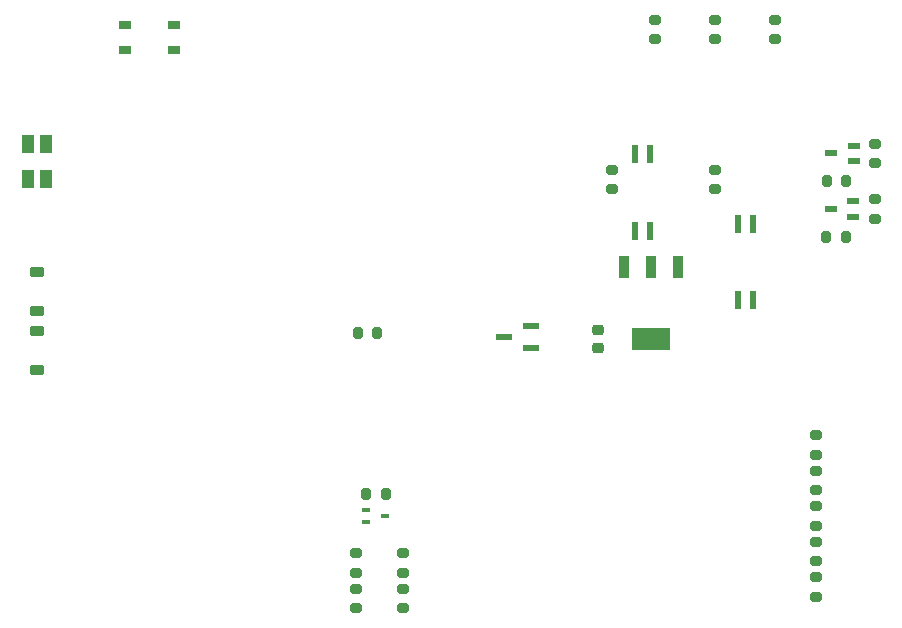
<source format=gbr>
%TF.GenerationSoftware,KiCad,Pcbnew,8.0.4*%
%TF.CreationDate,2024-08-13T21:05:31+09:00*%
%TF.ProjectId,chibarobo_board_2024,63686962-6172-46f6-926f-5f626f617264,rev?*%
%TF.SameCoordinates,Original*%
%TF.FileFunction,Paste,Top*%
%TF.FilePolarity,Positive*%
%FSLAX46Y46*%
G04 Gerber Fmt 4.6, Leading zero omitted, Abs format (unit mm)*
G04 Created by KiCad (PCBNEW 8.0.4) date 2024-08-13 21:05:31*
%MOMM*%
%LPD*%
G01*
G04 APERTURE LIST*
G04 Aperture macros list*
%AMRoundRect*
0 Rectangle with rounded corners*
0 $1 Rounding radius*
0 $2 $3 $4 $5 $6 $7 $8 $9 X,Y pos of 4 corners*
0 Add a 4 corners polygon primitive as box body*
4,1,4,$2,$3,$4,$5,$6,$7,$8,$9,$2,$3,0*
0 Add four circle primitives for the rounded corners*
1,1,$1+$1,$2,$3*
1,1,$1+$1,$4,$5*
1,1,$1+$1,$6,$7*
1,1,$1+$1,$8,$9*
0 Add four rect primitives between the rounded corners*
20,1,$1+$1,$2,$3,$4,$5,0*
20,1,$1+$1,$4,$5,$6,$7,0*
20,1,$1+$1,$6,$7,$8,$9,0*
20,1,$1+$1,$8,$9,$2,$3,0*%
G04 Aperture macros list end*
%ADD10RoundRect,0.225000X0.375000X-0.225000X0.375000X0.225000X-0.375000X0.225000X-0.375000X-0.225000X0*%
%ADD11RoundRect,0.200000X-0.275000X0.200000X-0.275000X-0.200000X0.275000X-0.200000X0.275000X0.200000X0*%
%ADD12RoundRect,0.200000X0.275000X-0.200000X0.275000X0.200000X-0.275000X0.200000X-0.275000X-0.200000X0*%
%ADD13R,1.100000X1.500000*%
%ADD14R,1.000000X0.500000*%
%ADD15RoundRect,0.137500X0.137500X-0.662500X0.137500X0.662500X-0.137500X0.662500X-0.137500X-0.662500X0*%
%ADD16RoundRect,0.137500X-0.137500X0.662500X-0.137500X-0.662500X0.137500X-0.662500X0.137500X0.662500X0*%
%ADD17RoundRect,0.200000X-0.200000X-0.275000X0.200000X-0.275000X0.200000X0.275000X-0.200000X0.275000X0*%
%ADD18R,0.800000X0.400000*%
%ADD19RoundRect,0.225000X-0.250000X0.225000X-0.250000X-0.225000X0.250000X-0.225000X0.250000X0.225000X0*%
%ADD20R,0.950000X1.900000*%
%ADD21R,3.250000X1.900000*%
%ADD22R,1.050000X0.650000*%
%ADD23RoundRect,0.200000X0.200000X0.275000X-0.200000X0.275000X-0.200000X-0.275000X0.200000X-0.275000X0*%
%ADD24R,1.450000X0.600000*%
G04 APERTURE END LIST*
D10*
%TO.C,D3*%
X102000000Y-76650000D03*
X102000000Y-73350000D03*
%TD*%
D11*
%TO.C,R30*%
X168000000Y-90175000D03*
X168000000Y-91825000D03*
%TD*%
%TO.C,R23*%
X159380110Y-64675000D03*
X159380110Y-66325000D03*
%TD*%
%TO.C,R32*%
X168000000Y-93175000D03*
X168000000Y-94825000D03*
%TD*%
D12*
%TO.C,R5*%
X133000000Y-98825000D03*
X133000000Y-97175000D03*
%TD*%
D13*
%TO.C,D2*%
X101250000Y-65500000D03*
X101250000Y-62500000D03*
X102750000Y-62500000D03*
X102750000Y-65500000D03*
%TD*%
D12*
%TO.C,R11*%
X128997541Y-98831399D03*
X128997541Y-97181399D03*
%TD*%
D11*
%TO.C,R14*%
X164500000Y-52000000D03*
X164500000Y-53650000D03*
%TD*%
D14*
%TO.C,Q6*%
X171146674Y-63947920D03*
X171146674Y-62647920D03*
X169246674Y-63297920D03*
%TD*%
D15*
%TO.C,U5*%
X152627632Y-69885143D03*
X153897632Y-69885143D03*
X153897632Y-63385143D03*
X152627632Y-63385143D03*
%TD*%
D12*
%TO.C,R22*%
X173000743Y-64125149D03*
X173000743Y-62475149D03*
%TD*%
D16*
%TO.C,U4*%
X162635000Y-69250000D03*
X161365000Y-69250000D03*
X161365000Y-75750000D03*
X162635000Y-75750000D03*
%TD*%
D17*
%TO.C,R62*%
X129898893Y-92180854D03*
X131548893Y-92180854D03*
%TD*%
D11*
%TO.C,R17*%
X159448085Y-52009604D03*
X159448085Y-53659604D03*
%TD*%
D18*
%TO.C,Q15*%
X129900000Y-93500000D03*
X129900000Y-94500000D03*
X131500000Y-94000000D03*
%TD*%
D10*
%TO.C,D1*%
X102000000Y-81650000D03*
X102000000Y-78350000D03*
%TD*%
D19*
%TO.C,C19*%
X149500000Y-78225000D03*
X149500000Y-79775000D03*
%TD*%
D20*
%TO.C,Q14*%
X156300000Y-72950000D03*
X154000000Y-72950000D03*
X151700000Y-72950000D03*
D21*
X154000000Y-79050000D03*
%TD*%
D11*
%TO.C,R36*%
X168000000Y-99175000D03*
X168000000Y-100825000D03*
%TD*%
D22*
%TO.C,S1*%
X109425000Y-52425000D03*
X113575000Y-52425000D03*
X109425000Y-54575000D03*
X113575000Y-54575000D03*
%TD*%
D12*
%TO.C,R25*%
X173000000Y-68825000D03*
X173000000Y-67175000D03*
%TD*%
D23*
%TO.C,R38*%
X130825000Y-78500000D03*
X129175000Y-78500000D03*
%TD*%
D11*
%TO.C,R26*%
X150693174Y-64675000D03*
X150693174Y-66325000D03*
%TD*%
D24*
%TO.C,Q12*%
X143836443Y-79814947D03*
X143836443Y-77914947D03*
X141536443Y-78864947D03*
%TD*%
D12*
%TO.C,R10*%
X129000000Y-101825000D03*
X129000000Y-100175000D03*
%TD*%
D14*
%TO.C,Q7*%
X171140759Y-68673899D03*
X171140759Y-67373899D03*
X169240759Y-68023899D03*
%TD*%
D12*
%TO.C,R4*%
X133000000Y-101825000D03*
X133000000Y-100175000D03*
%TD*%
D11*
%TO.C,R28*%
X168000000Y-87175000D03*
X168000000Y-88825000D03*
%TD*%
D17*
%TO.C,R21*%
X168872163Y-65654531D03*
X170522163Y-65654531D03*
%TD*%
D11*
%TO.C,R20*%
X154338238Y-51983808D03*
X154338238Y-53633808D03*
%TD*%
D17*
%TO.C,R24*%
X168830380Y-70399773D03*
X170480380Y-70399773D03*
%TD*%
D11*
%TO.C,R34*%
X168000000Y-96175000D03*
X168000000Y-97825000D03*
%TD*%
M02*

</source>
